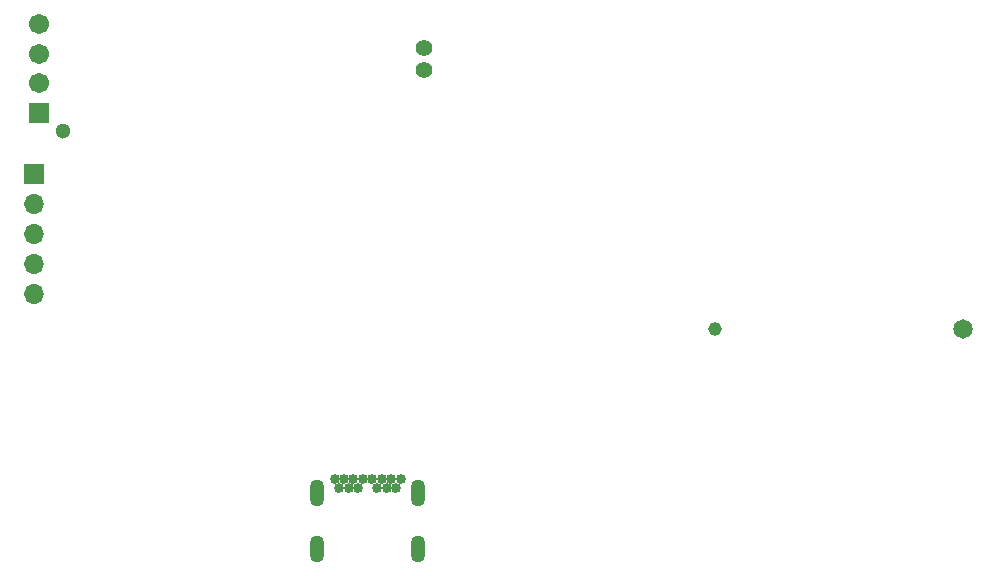
<source format=gbr>
%TF.GenerationSoftware,KiCad,Pcbnew,8.0.7*%
%TF.CreationDate,2024-12-27T11:50:54+11:00*%
%TF.ProjectId,ESP32 sensor board,45535033-3220-4736-956e-736f7220626f,rev?*%
%TF.SameCoordinates,Original*%
%TF.FileFunction,Soldermask,Bot*%
%TF.FilePolarity,Negative*%
%FSLAX46Y46*%
G04 Gerber Fmt 4.6, Leading zero omitted, Abs format (unit mm)*
G04 Created by KiCad (PCBNEW 8.0.7) date 2024-12-27 11:50:54*
%MOMM*%
%LPD*%
G01*
G04 APERTURE LIST*
G04 Aperture macros list*
%AMRoundRect*
0 Rectangle with rounded corners*
0 $1 Rounding radius*
0 $2 $3 $4 $5 $6 $7 $8 $9 X,Y pos of 4 corners*
0 Add a 4 corners polygon primitive as box body*
4,1,4,$2,$3,$4,$5,$6,$7,$8,$9,$2,$3,0*
0 Add four circle primitives for the rounded corners*
1,1,$1+$1,$2,$3*
1,1,$1+$1,$4,$5*
1,1,$1+$1,$6,$7*
1,1,$1+$1,$8,$9*
0 Add four rect primitives between the rounded corners*
20,1,$1+$1,$2,$3,$4,$5,0*
20,1,$1+$1,$4,$5,$6,$7,0*
20,1,$1+$1,$6,$7,$8,$9,0*
20,1,$1+$1,$8,$9,$2,$3,0*%
G04 Aperture macros list end*
%ADD10C,0.854000*%
%ADD11O,1.254000X2.304000*%
%ADD12C,1.300000*%
%ADD13RoundRect,0.102000X-0.754000X0.754000X-0.754000X-0.754000X0.754000X-0.754000X0.754000X0.754000X0*%
%ADD14C,1.712000*%
%ADD15C,1.412000*%
%ADD16R,1.700000X1.700000*%
%ADD17O,1.700000X1.700000*%
%ADD18C,1.150000*%
%ADD19C,1.650000*%
G04 APERTURE END LIST*
D10*
%TO.C,J1*%
X145990800Y-114382500D03*
X145590800Y-115092500D03*
X144790800Y-115092500D03*
X144390800Y-114382500D03*
X143990800Y-115092500D03*
X143590800Y-114382500D03*
X142790800Y-114382500D03*
X142390800Y-115092500D03*
X141990800Y-114382500D03*
X141590800Y-115092500D03*
X140790800Y-115092500D03*
X140390800Y-114382500D03*
X145190800Y-114382500D03*
X141190800Y-114382500D03*
D11*
X138920800Y-115532500D03*
X147460800Y-115532500D03*
X138920800Y-120262500D03*
X147460800Y-120262500D03*
%TD*%
D12*
%TO.C,J4*%
X117375000Y-84940000D03*
D13*
X115375000Y-83340000D03*
D14*
X115375000Y-80840000D03*
X115375000Y-78340000D03*
X115375000Y-75840000D03*
%TD*%
D15*
%TO.C,MK1*%
X147962500Y-77850000D03*
X147962500Y-79750000D03*
%TD*%
D16*
%TO.C,J6*%
X114925000Y-88565000D03*
D17*
X114925000Y-91105000D03*
X114925000Y-93645000D03*
X114925000Y-96185000D03*
X114925000Y-98725000D03*
%TD*%
D18*
%TO.C,J3*%
X172576000Y-101700000D03*
D19*
X193576000Y-101700000D03*
%TD*%
M02*

</source>
